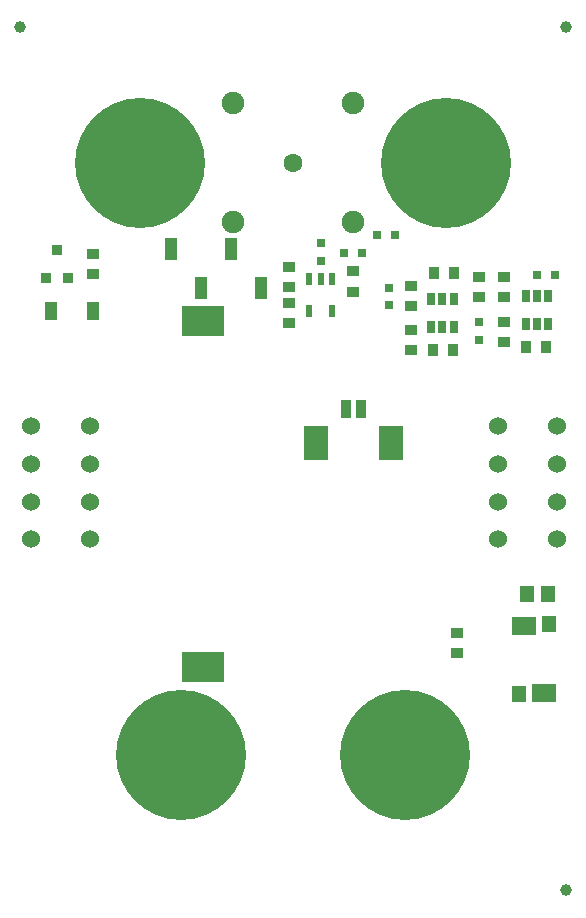
<source format=gbr>
%TF.GenerationSoftware,Altium Limited,Altium Designer,18.1.9 (240)*%
G04 Layer_Color=255*
%FSLAX45Y45*%
%MOMM*%
%TF.FileFunction,Pads,Bot*%
%TF.Part,Single*%
G01*
G75*
%TA.AperFunction,ComponentPad*%
%ADD12C,1.90000*%
%ADD13C,1.60000*%
%ADD15C,1.52400*%
%TA.AperFunction,SMDPad,CuDef*%
%ADD17R,1.00000X1.91000*%
%ADD18R,2.00000X1.65000*%
%ADD19R,1.15000X1.40000*%
%ADD20R,1.00000X0.90000*%
%ADD21R,0.90000X1.00000*%
%ADD22R,1.20000X1.40000*%
%TA.AperFunction,SMDPad,SMDef*%
%ADD23R,0.60000X1.10000*%
%TA.AperFunction,SMDPad,CuDef*%
%ADD24R,0.90000X0.95000*%
%ADD25R,0.90000X0.95001*%
%ADD26R,0.81000X1.60000*%
%ADD27R,2.10000X3.00000*%
%ADD28R,1.10000X1.60000*%
%ADD29R,0.80000X0.80000*%
%ADD30R,3.60000X2.60000*%
%ADD31R,0.65000X1.10000*%
G04:AMPARAMS|DCode=32|XSize=1mm|YSize=1mm|CornerRadius=0.5mm|HoleSize=0mm|Usage=FLASHONLY|Rotation=90.000|XOffset=0mm|YOffset=0mm|HoleType=Round|Shape=RoundedRectangle|*
%AMROUNDEDRECTD32*
21,1,1.00000,0.00000,0,0,90.0*
21,1,0.00000,1.00000,0,0,90.0*
1,1,1.00000,0.00000,0.00000*
1,1,1.00000,0.00000,0.00000*
1,1,1.00000,0.00000,0.00000*
1,1,1.00000,0.00000,0.00000*
%
%ADD32ROUNDEDRECTD32*%
%ADD33R,0.80000X0.80000*%
%TA.AperFunction,ComponentPad*%
%ADD43C,11.00000*%
D12*
X2997802Y5995572D02*
D03*
Y7005572D02*
D03*
X1987802D02*
D03*
Y5995572D02*
D03*
D13*
X2492802Y6500572D02*
D03*
D15*
X4230000Y4270000D02*
D03*
Y3950000D02*
D03*
Y3630000D02*
D03*
Y3310000D02*
D03*
X4730000Y3310000D02*
D03*
Y3630000D02*
D03*
Y3950000D02*
D03*
Y4270000D02*
D03*
X270000D02*
D03*
Y3950000D02*
D03*
Y3630000D02*
D03*
Y3310000D02*
D03*
X770000Y3310000D02*
D03*
Y3630000D02*
D03*
Y3950000D02*
D03*
Y4270000D02*
D03*
D17*
X2224024Y5437124D02*
D03*
X1970024Y5766124D02*
D03*
X1716024Y5437124D02*
D03*
X1462024Y5766124D02*
D03*
D18*
X4450000Y2579998D02*
D03*
X4620002Y2010002D02*
D03*
D19*
X4660002Y2590001D02*
D03*
X4410000Y1999999D02*
D03*
D20*
X3879999Y2515000D02*
D03*
Y2345002D02*
D03*
X4281334Y5534999D02*
D03*
Y5365001D02*
D03*
X795001Y5554999D02*
D03*
Y5725002D02*
D03*
X4064702Y5359413D02*
D03*
Y5529411D02*
D03*
X2458483Y5313084D02*
D03*
Y5143082D02*
D03*
X2458482Y5613084D02*
D03*
Y5443084D02*
D03*
X3004312Y5408676D02*
D03*
Y5578676D02*
D03*
X4281334Y5154999D02*
D03*
Y4985002D02*
D03*
X3491074Y5282968D02*
D03*
Y5452968D02*
D03*
X3491074Y5082970D02*
D03*
Y4912968D02*
D03*
D21*
X3676066Y4912868D02*
D03*
X3846068D02*
D03*
X4632047Y4938261D02*
D03*
X4462045D02*
D03*
X3853598Y5563108D02*
D03*
X3683598D02*
D03*
D22*
X4470000Y2850000D02*
D03*
X4650000D02*
D03*
D23*
X2631970Y5514892D02*
D03*
X2726971D02*
D03*
X2821972D02*
D03*
Y5244890D02*
D03*
X2631970D02*
D03*
D24*
X590003Y5522503D02*
D03*
X495002Y5757498D02*
D03*
D25*
X400000Y5522497D02*
D03*
D26*
X2944082Y4415282D02*
D03*
X3069082D02*
D03*
D27*
X2689082Y4125282D02*
D03*
X3324082D02*
D03*
D28*
X795001Y5239999D02*
D03*
X444999D02*
D03*
D29*
X4064702Y4999318D02*
D03*
Y5149320D02*
D03*
X3301072Y5292967D02*
D03*
Y5442969D02*
D03*
X2730246Y5666670D02*
D03*
Y5816670D02*
D03*
D30*
X1731518Y2231898D02*
D03*
Y5161895D02*
D03*
D31*
X3852226Y5107969D02*
D03*
X3757225D02*
D03*
X3662224D02*
D03*
Y5347968D02*
D03*
X3757225D02*
D03*
X3852226D02*
D03*
X4654998Y5130001D02*
D03*
X4560002D02*
D03*
X4465001D02*
D03*
Y5370000D02*
D03*
X4560002D02*
D03*
X4654998D02*
D03*
D32*
X4807002Y7646998D02*
D03*
X4807000Y340003D02*
D03*
X180001Y7646998D02*
D03*
D33*
X2928224Y5732526D02*
D03*
X3078226D02*
D03*
X4560587Y5551204D02*
D03*
X4710589D02*
D03*
X3206680Y5889244D02*
D03*
X3356680D02*
D03*
D43*
X1539998Y1487001D02*
D03*
X1199999Y6500000D02*
D03*
X3439999Y1487001D02*
D03*
X3786999Y6500000D02*
D03*
%TF.MD5,9a49fb9b83cc3c08287e29b5a4964c59*%
M02*

</source>
